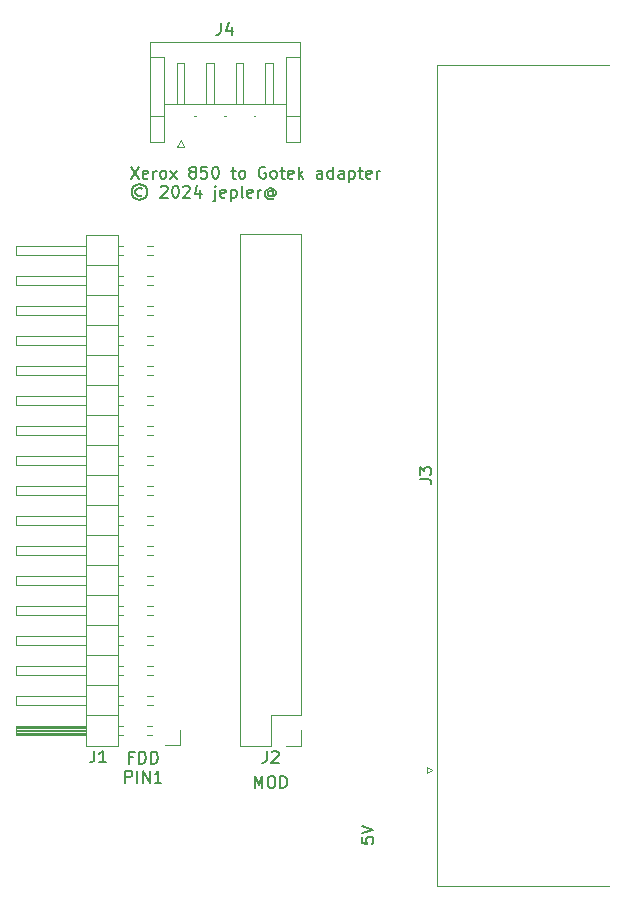
<source format=gbr>
%TF.GenerationSoftware,KiCad,Pcbnew,6.0.11+dfsg-1*%
%TF.CreationDate,2024-03-29T12:04:06-05:00*%
%TF.ProjectId,xerox-floppy-34,7865726f-782d-4666-9c6f-7070792d3334,rev?*%
%TF.SameCoordinates,Original*%
%TF.FileFunction,Legend,Top*%
%TF.FilePolarity,Positive*%
%FSLAX46Y46*%
G04 Gerber Fmt 4.6, Leading zero omitted, Abs format (unit mm)*
G04 Created by KiCad (PCBNEW 6.0.11+dfsg-1) date 2024-03-29 12:04:06*
%MOMM*%
%LPD*%
G01*
G04 APERTURE LIST*
%ADD10C,0.150000*%
%ADD11C,0.120000*%
G04 APERTURE END LIST*
D10*
X120102380Y-136715476D02*
X120102380Y-137191666D01*
X120578571Y-137239285D01*
X120530952Y-137191666D01*
X120483333Y-137096428D01*
X120483333Y-136858333D01*
X120530952Y-136763095D01*
X120578571Y-136715476D01*
X120673809Y-136667857D01*
X120911904Y-136667857D01*
X121007142Y-136715476D01*
X121054761Y-136763095D01*
X121102380Y-136858333D01*
X121102380Y-137096428D01*
X121054761Y-137191666D01*
X121007142Y-137239285D01*
X120102380Y-136382142D02*
X121102380Y-136048809D01*
X120102380Y-135715476D01*
X100570357Y-79927380D02*
X101237023Y-80927380D01*
X101237023Y-79927380D02*
X100570357Y-80927380D01*
X101998928Y-80879761D02*
X101903690Y-80927380D01*
X101713214Y-80927380D01*
X101617976Y-80879761D01*
X101570357Y-80784523D01*
X101570357Y-80403571D01*
X101617976Y-80308333D01*
X101713214Y-80260714D01*
X101903690Y-80260714D01*
X101998928Y-80308333D01*
X102046547Y-80403571D01*
X102046547Y-80498809D01*
X101570357Y-80594047D01*
X102475119Y-80927380D02*
X102475119Y-80260714D01*
X102475119Y-80451190D02*
X102522738Y-80355952D01*
X102570357Y-80308333D01*
X102665595Y-80260714D01*
X102760833Y-80260714D01*
X103237023Y-80927380D02*
X103141785Y-80879761D01*
X103094166Y-80832142D01*
X103046547Y-80736904D01*
X103046547Y-80451190D01*
X103094166Y-80355952D01*
X103141785Y-80308333D01*
X103237023Y-80260714D01*
X103379880Y-80260714D01*
X103475119Y-80308333D01*
X103522738Y-80355952D01*
X103570357Y-80451190D01*
X103570357Y-80736904D01*
X103522738Y-80832142D01*
X103475119Y-80879761D01*
X103379880Y-80927380D01*
X103237023Y-80927380D01*
X103903690Y-80927380D02*
X104427500Y-80260714D01*
X103903690Y-80260714D02*
X104427500Y-80927380D01*
X105713214Y-80355952D02*
X105617976Y-80308333D01*
X105570357Y-80260714D01*
X105522738Y-80165476D01*
X105522738Y-80117857D01*
X105570357Y-80022619D01*
X105617976Y-79975000D01*
X105713214Y-79927380D01*
X105903690Y-79927380D01*
X105998928Y-79975000D01*
X106046547Y-80022619D01*
X106094166Y-80117857D01*
X106094166Y-80165476D01*
X106046547Y-80260714D01*
X105998928Y-80308333D01*
X105903690Y-80355952D01*
X105713214Y-80355952D01*
X105617976Y-80403571D01*
X105570357Y-80451190D01*
X105522738Y-80546428D01*
X105522738Y-80736904D01*
X105570357Y-80832142D01*
X105617976Y-80879761D01*
X105713214Y-80927380D01*
X105903690Y-80927380D01*
X105998928Y-80879761D01*
X106046547Y-80832142D01*
X106094166Y-80736904D01*
X106094166Y-80546428D01*
X106046547Y-80451190D01*
X105998928Y-80403571D01*
X105903690Y-80355952D01*
X106998928Y-79927380D02*
X106522738Y-79927380D01*
X106475119Y-80403571D01*
X106522738Y-80355952D01*
X106617976Y-80308333D01*
X106856071Y-80308333D01*
X106951309Y-80355952D01*
X106998928Y-80403571D01*
X107046547Y-80498809D01*
X107046547Y-80736904D01*
X106998928Y-80832142D01*
X106951309Y-80879761D01*
X106856071Y-80927380D01*
X106617976Y-80927380D01*
X106522738Y-80879761D01*
X106475119Y-80832142D01*
X107665595Y-79927380D02*
X107760833Y-79927380D01*
X107856071Y-79975000D01*
X107903690Y-80022619D01*
X107951309Y-80117857D01*
X107998928Y-80308333D01*
X107998928Y-80546428D01*
X107951309Y-80736904D01*
X107903690Y-80832142D01*
X107856071Y-80879761D01*
X107760833Y-80927380D01*
X107665595Y-80927380D01*
X107570357Y-80879761D01*
X107522738Y-80832142D01*
X107475119Y-80736904D01*
X107427500Y-80546428D01*
X107427500Y-80308333D01*
X107475119Y-80117857D01*
X107522738Y-80022619D01*
X107570357Y-79975000D01*
X107665595Y-79927380D01*
X109046547Y-80260714D02*
X109427500Y-80260714D01*
X109189404Y-79927380D02*
X109189404Y-80784523D01*
X109237023Y-80879761D01*
X109332261Y-80927380D01*
X109427500Y-80927380D01*
X109903690Y-80927380D02*
X109808452Y-80879761D01*
X109760833Y-80832142D01*
X109713214Y-80736904D01*
X109713214Y-80451190D01*
X109760833Y-80355952D01*
X109808452Y-80308333D01*
X109903690Y-80260714D01*
X110046547Y-80260714D01*
X110141785Y-80308333D01*
X110189404Y-80355952D01*
X110237023Y-80451190D01*
X110237023Y-80736904D01*
X110189404Y-80832142D01*
X110141785Y-80879761D01*
X110046547Y-80927380D01*
X109903690Y-80927380D01*
X111951309Y-79975000D02*
X111856071Y-79927380D01*
X111713214Y-79927380D01*
X111570357Y-79975000D01*
X111475119Y-80070238D01*
X111427500Y-80165476D01*
X111379880Y-80355952D01*
X111379880Y-80498809D01*
X111427500Y-80689285D01*
X111475119Y-80784523D01*
X111570357Y-80879761D01*
X111713214Y-80927380D01*
X111808452Y-80927380D01*
X111951309Y-80879761D01*
X111998928Y-80832142D01*
X111998928Y-80498809D01*
X111808452Y-80498809D01*
X112570357Y-80927380D02*
X112475119Y-80879761D01*
X112427500Y-80832142D01*
X112379880Y-80736904D01*
X112379880Y-80451190D01*
X112427500Y-80355952D01*
X112475119Y-80308333D01*
X112570357Y-80260714D01*
X112713214Y-80260714D01*
X112808452Y-80308333D01*
X112856071Y-80355952D01*
X112903690Y-80451190D01*
X112903690Y-80736904D01*
X112856071Y-80832142D01*
X112808452Y-80879761D01*
X112713214Y-80927380D01*
X112570357Y-80927380D01*
X113189404Y-80260714D02*
X113570357Y-80260714D01*
X113332261Y-79927380D02*
X113332261Y-80784523D01*
X113379880Y-80879761D01*
X113475119Y-80927380D01*
X113570357Y-80927380D01*
X114284642Y-80879761D02*
X114189404Y-80927380D01*
X113998928Y-80927380D01*
X113903690Y-80879761D01*
X113856071Y-80784523D01*
X113856071Y-80403571D01*
X113903690Y-80308333D01*
X113998928Y-80260714D01*
X114189404Y-80260714D01*
X114284642Y-80308333D01*
X114332261Y-80403571D01*
X114332261Y-80498809D01*
X113856071Y-80594047D01*
X114760833Y-80927380D02*
X114760833Y-79927380D01*
X114856071Y-80546428D02*
X115141785Y-80927380D01*
X115141785Y-80260714D02*
X114760833Y-80641666D01*
X116760833Y-80927380D02*
X116760833Y-80403571D01*
X116713214Y-80308333D01*
X116617976Y-80260714D01*
X116427500Y-80260714D01*
X116332261Y-80308333D01*
X116760833Y-80879761D02*
X116665595Y-80927380D01*
X116427500Y-80927380D01*
X116332261Y-80879761D01*
X116284642Y-80784523D01*
X116284642Y-80689285D01*
X116332261Y-80594047D01*
X116427500Y-80546428D01*
X116665595Y-80546428D01*
X116760833Y-80498809D01*
X117665595Y-80927380D02*
X117665595Y-79927380D01*
X117665595Y-80879761D02*
X117570357Y-80927380D01*
X117379880Y-80927380D01*
X117284642Y-80879761D01*
X117237023Y-80832142D01*
X117189404Y-80736904D01*
X117189404Y-80451190D01*
X117237023Y-80355952D01*
X117284642Y-80308333D01*
X117379880Y-80260714D01*
X117570357Y-80260714D01*
X117665595Y-80308333D01*
X118570357Y-80927380D02*
X118570357Y-80403571D01*
X118522738Y-80308333D01*
X118427500Y-80260714D01*
X118237023Y-80260714D01*
X118141785Y-80308333D01*
X118570357Y-80879761D02*
X118475119Y-80927380D01*
X118237023Y-80927380D01*
X118141785Y-80879761D01*
X118094166Y-80784523D01*
X118094166Y-80689285D01*
X118141785Y-80594047D01*
X118237023Y-80546428D01*
X118475119Y-80546428D01*
X118570357Y-80498809D01*
X119046547Y-80260714D02*
X119046547Y-81260714D01*
X119046547Y-80308333D02*
X119141785Y-80260714D01*
X119332261Y-80260714D01*
X119427500Y-80308333D01*
X119475119Y-80355952D01*
X119522738Y-80451190D01*
X119522738Y-80736904D01*
X119475119Y-80832142D01*
X119427500Y-80879761D01*
X119332261Y-80927380D01*
X119141785Y-80927380D01*
X119046547Y-80879761D01*
X119808452Y-80260714D02*
X120189404Y-80260714D01*
X119951309Y-79927380D02*
X119951309Y-80784523D01*
X119998928Y-80879761D01*
X120094166Y-80927380D01*
X120189404Y-80927380D01*
X120903690Y-80879761D02*
X120808452Y-80927380D01*
X120617976Y-80927380D01*
X120522738Y-80879761D01*
X120475119Y-80784523D01*
X120475119Y-80403571D01*
X120522738Y-80308333D01*
X120617976Y-80260714D01*
X120808452Y-80260714D01*
X120903690Y-80308333D01*
X120951309Y-80403571D01*
X120951309Y-80498809D01*
X120475119Y-80594047D01*
X121379880Y-80927380D02*
X121379880Y-80260714D01*
X121379880Y-80451190D02*
X121427500Y-80355952D01*
X121475119Y-80308333D01*
X121570357Y-80260714D01*
X121665595Y-80260714D01*
X101475119Y-81775476D02*
X101379880Y-81727857D01*
X101189404Y-81727857D01*
X101094166Y-81775476D01*
X100998928Y-81870714D01*
X100951309Y-81965952D01*
X100951309Y-82156428D01*
X100998928Y-82251666D01*
X101094166Y-82346904D01*
X101189404Y-82394523D01*
X101379880Y-82394523D01*
X101475119Y-82346904D01*
X101284642Y-81394523D02*
X101046547Y-81442142D01*
X100808452Y-81585000D01*
X100665595Y-81823095D01*
X100617976Y-82061190D01*
X100665595Y-82299285D01*
X100808452Y-82537380D01*
X101046547Y-82680238D01*
X101284642Y-82727857D01*
X101522738Y-82680238D01*
X101760833Y-82537380D01*
X101903690Y-82299285D01*
X101951309Y-82061190D01*
X101903690Y-81823095D01*
X101760833Y-81585000D01*
X101522738Y-81442142D01*
X101284642Y-81394523D01*
X103094166Y-81632619D02*
X103141785Y-81585000D01*
X103237023Y-81537380D01*
X103475119Y-81537380D01*
X103570357Y-81585000D01*
X103617976Y-81632619D01*
X103665595Y-81727857D01*
X103665595Y-81823095D01*
X103617976Y-81965952D01*
X103046547Y-82537380D01*
X103665595Y-82537380D01*
X104284642Y-81537380D02*
X104379880Y-81537380D01*
X104475119Y-81585000D01*
X104522738Y-81632619D01*
X104570357Y-81727857D01*
X104617976Y-81918333D01*
X104617976Y-82156428D01*
X104570357Y-82346904D01*
X104522738Y-82442142D01*
X104475119Y-82489761D01*
X104379880Y-82537380D01*
X104284642Y-82537380D01*
X104189404Y-82489761D01*
X104141785Y-82442142D01*
X104094166Y-82346904D01*
X104046547Y-82156428D01*
X104046547Y-81918333D01*
X104094166Y-81727857D01*
X104141785Y-81632619D01*
X104189404Y-81585000D01*
X104284642Y-81537380D01*
X104998928Y-81632619D02*
X105046547Y-81585000D01*
X105141785Y-81537380D01*
X105379880Y-81537380D01*
X105475119Y-81585000D01*
X105522738Y-81632619D01*
X105570357Y-81727857D01*
X105570357Y-81823095D01*
X105522738Y-81965952D01*
X104951309Y-82537380D01*
X105570357Y-82537380D01*
X106427500Y-81870714D02*
X106427500Y-82537380D01*
X106189404Y-81489761D02*
X105951309Y-82204047D01*
X106570357Y-82204047D01*
X107713214Y-81870714D02*
X107713214Y-82727857D01*
X107665595Y-82823095D01*
X107570357Y-82870714D01*
X107522738Y-82870714D01*
X107713214Y-81537380D02*
X107665595Y-81585000D01*
X107713214Y-81632619D01*
X107760833Y-81585000D01*
X107713214Y-81537380D01*
X107713214Y-81632619D01*
X108570357Y-82489761D02*
X108475119Y-82537380D01*
X108284642Y-82537380D01*
X108189404Y-82489761D01*
X108141785Y-82394523D01*
X108141785Y-82013571D01*
X108189404Y-81918333D01*
X108284642Y-81870714D01*
X108475119Y-81870714D01*
X108570357Y-81918333D01*
X108617976Y-82013571D01*
X108617976Y-82108809D01*
X108141785Y-82204047D01*
X109046547Y-81870714D02*
X109046547Y-82870714D01*
X109046547Y-81918333D02*
X109141785Y-81870714D01*
X109332261Y-81870714D01*
X109427500Y-81918333D01*
X109475119Y-81965952D01*
X109522738Y-82061190D01*
X109522738Y-82346904D01*
X109475119Y-82442142D01*
X109427500Y-82489761D01*
X109332261Y-82537380D01*
X109141785Y-82537380D01*
X109046547Y-82489761D01*
X110094166Y-82537380D02*
X109998928Y-82489761D01*
X109951309Y-82394523D01*
X109951309Y-81537380D01*
X110856071Y-82489761D02*
X110760833Y-82537380D01*
X110570357Y-82537380D01*
X110475119Y-82489761D01*
X110427500Y-82394523D01*
X110427500Y-82013571D01*
X110475119Y-81918333D01*
X110570357Y-81870714D01*
X110760833Y-81870714D01*
X110856071Y-81918333D01*
X110903690Y-82013571D01*
X110903690Y-82108809D01*
X110427500Y-82204047D01*
X111332261Y-82537380D02*
X111332261Y-81870714D01*
X111332261Y-82061190D02*
X111379880Y-81965952D01*
X111427500Y-81918333D01*
X111522738Y-81870714D01*
X111617976Y-81870714D01*
X112570357Y-82061190D02*
X112522738Y-82013571D01*
X112427500Y-81965952D01*
X112332261Y-81965952D01*
X112237023Y-82013571D01*
X112189404Y-82061190D01*
X112141785Y-82156428D01*
X112141785Y-82251666D01*
X112189404Y-82346904D01*
X112237023Y-82394523D01*
X112332261Y-82442142D01*
X112427500Y-82442142D01*
X112522738Y-82394523D01*
X112570357Y-82346904D01*
X112570357Y-81965952D02*
X112570357Y-82346904D01*
X112617976Y-82394523D01*
X112665595Y-82394523D01*
X112760833Y-82346904D01*
X112808452Y-82251666D01*
X112808452Y-82013571D01*
X112713214Y-81870714D01*
X112570357Y-81775476D01*
X112379880Y-81727857D01*
X112189404Y-81775476D01*
X112046547Y-81870714D01*
X111951309Y-82013571D01*
X111903690Y-82204047D01*
X111951309Y-82394523D01*
X112046547Y-82537380D01*
X112189404Y-82632619D01*
X112379880Y-82680238D01*
X112570357Y-82632619D01*
X112713214Y-82537380D01*
X100742857Y-129933571D02*
X100409523Y-129933571D01*
X100409523Y-130457380D02*
X100409523Y-129457380D01*
X100885714Y-129457380D01*
X101266666Y-130457380D02*
X101266666Y-129457380D01*
X101504761Y-129457380D01*
X101647619Y-129505000D01*
X101742857Y-129600238D01*
X101790476Y-129695476D01*
X101838095Y-129885952D01*
X101838095Y-130028809D01*
X101790476Y-130219285D01*
X101742857Y-130314523D01*
X101647619Y-130409761D01*
X101504761Y-130457380D01*
X101266666Y-130457380D01*
X102266666Y-130457380D02*
X102266666Y-129457380D01*
X102504761Y-129457380D01*
X102647619Y-129505000D01*
X102742857Y-129600238D01*
X102790476Y-129695476D01*
X102838095Y-129885952D01*
X102838095Y-130028809D01*
X102790476Y-130219285D01*
X102742857Y-130314523D01*
X102647619Y-130409761D01*
X102504761Y-130457380D01*
X102266666Y-130457380D01*
X100100000Y-132067380D02*
X100100000Y-131067380D01*
X100480952Y-131067380D01*
X100576190Y-131115000D01*
X100623809Y-131162619D01*
X100671428Y-131257857D01*
X100671428Y-131400714D01*
X100623809Y-131495952D01*
X100576190Y-131543571D01*
X100480952Y-131591190D01*
X100100000Y-131591190D01*
X101100000Y-132067380D02*
X101100000Y-131067380D01*
X101576190Y-132067380D02*
X101576190Y-131067380D01*
X102147619Y-132067380D01*
X102147619Y-131067380D01*
X103147619Y-132067380D02*
X102576190Y-132067380D01*
X102861904Y-132067380D02*
X102861904Y-131067380D01*
X102766666Y-131210238D01*
X102671428Y-131305476D01*
X102576190Y-131353095D01*
X111037857Y-132532380D02*
X111037857Y-131532380D01*
X111371190Y-132246666D01*
X111704523Y-131532380D01*
X111704523Y-132532380D01*
X112371190Y-131532380D02*
X112561666Y-131532380D01*
X112656904Y-131580000D01*
X112752142Y-131675238D01*
X112799761Y-131865714D01*
X112799761Y-132199047D01*
X112752142Y-132389523D01*
X112656904Y-132484761D01*
X112561666Y-132532380D01*
X112371190Y-132532380D01*
X112275952Y-132484761D01*
X112180714Y-132389523D01*
X112133095Y-132199047D01*
X112133095Y-131865714D01*
X112180714Y-131675238D01*
X112275952Y-131580000D01*
X112371190Y-131532380D01*
X113228333Y-132532380D02*
X113228333Y-131532380D01*
X113466428Y-131532380D01*
X113609285Y-131580000D01*
X113704523Y-131675238D01*
X113752142Y-131770476D01*
X113799761Y-131960952D01*
X113799761Y-132103809D01*
X113752142Y-132294285D01*
X113704523Y-132389523D01*
X113609285Y-132484761D01*
X113466428Y-132532380D01*
X113228333Y-132532380D01*
%TO.C,J3*%
X125002049Y-106373333D02*
X125716335Y-106373333D01*
X125859192Y-106420952D01*
X125954430Y-106516190D01*
X126002049Y-106659047D01*
X126002049Y-106754285D01*
X125002049Y-105992380D02*
X125002049Y-105373333D01*
X125383002Y-105706666D01*
X125383002Y-105563809D01*
X125430621Y-105468571D01*
X125478240Y-105420952D01*
X125573478Y-105373333D01*
X125811573Y-105373333D01*
X125906811Y-105420952D01*
X125954430Y-105468571D01*
X126002049Y-105563809D01*
X126002049Y-105849523D01*
X125954430Y-105944761D01*
X125906811Y-105992380D01*
%TO.C,J4*%
X108191666Y-67752380D02*
X108191666Y-68466666D01*
X108144047Y-68609523D01*
X108048809Y-68704761D01*
X107905952Y-68752380D01*
X107810714Y-68752380D01*
X109096428Y-68085714D02*
X109096428Y-68752380D01*
X108858333Y-67704761D02*
X108620238Y-68419047D01*
X109239285Y-68419047D01*
%TO.C,J2*%
X112061666Y-129417380D02*
X112061666Y-130131666D01*
X112014047Y-130274523D01*
X111918809Y-130369761D01*
X111775952Y-130417380D01*
X111680714Y-130417380D01*
X112490238Y-129512619D02*
X112537857Y-129465000D01*
X112633095Y-129417380D01*
X112871190Y-129417380D01*
X112966428Y-129465000D01*
X113014047Y-129512619D01*
X113061666Y-129607857D01*
X113061666Y-129703095D01*
X113014047Y-129845952D01*
X112442619Y-130417380D01*
X113061666Y-130417380D01*
%TO.C,J1*%
X97451666Y-129362380D02*
X97451666Y-130076666D01*
X97404047Y-130219523D01*
X97308809Y-130314761D01*
X97165952Y-130362380D01*
X97070714Y-130362380D01*
X98451666Y-130362380D02*
X97880238Y-130362380D01*
X98165952Y-130362380D02*
X98165952Y-129362380D01*
X98070714Y-129505238D01*
X97975476Y-129600476D01*
X97880238Y-129648095D01*
D11*
%TO.C,J3*%
X126489669Y-71280000D02*
X141029669Y-71280000D01*
X126489669Y-140800000D02*
X126489669Y-71280000D01*
X125595331Y-130720000D02*
X126028344Y-130970000D01*
X141029669Y-140800000D02*
X126489669Y-140800000D01*
X125595331Y-131220000D02*
X125595331Y-130720000D01*
X126028344Y-130970000D02*
X125595331Y-131220000D01*
%TO.C,J4*%
X106955000Y-74610000D02*
X106955000Y-71190000D01*
X113665000Y-70610000D02*
X113665000Y-75610000D01*
X111955000Y-71190000D02*
X112275000Y-71110000D01*
X104775000Y-74610000D02*
X104455000Y-74610000D01*
X108445000Y-75610000D02*
X108605000Y-75610000D01*
X105095000Y-71190000D02*
X105095000Y-74610000D01*
X109775000Y-71110000D02*
X110095000Y-71190000D01*
X107595000Y-74610000D02*
X107275000Y-74610000D01*
X112595000Y-71190000D02*
X112595000Y-74610000D01*
X106955000Y-71190000D02*
X107275000Y-71110000D01*
X104775000Y-77700000D02*
X104475000Y-78300000D01*
X103385000Y-75610000D02*
X103385000Y-77810000D01*
X107275000Y-74610000D02*
X106955000Y-74610000D01*
X114885000Y-77810000D02*
X113665000Y-77810000D01*
X102165000Y-70610000D02*
X103385000Y-70610000D01*
X114885000Y-70610000D02*
X113665000Y-70610000D01*
X104455000Y-71190000D02*
X104775000Y-71110000D01*
X113665000Y-75610000D02*
X114885000Y-75610000D01*
X112275000Y-74610000D02*
X111955000Y-74610000D01*
X112275000Y-71110000D02*
X112595000Y-71190000D01*
X105075000Y-78300000D02*
X104775000Y-77700000D01*
X105095000Y-74610000D02*
X104775000Y-74610000D01*
X110095000Y-71190000D02*
X110095000Y-74610000D01*
X111955000Y-74610000D02*
X111955000Y-71190000D01*
X102165000Y-77810000D02*
X102165000Y-69390000D01*
X103385000Y-77810000D02*
X102165000Y-77810000D01*
X107275000Y-71110000D02*
X107595000Y-71190000D01*
X105945000Y-75610000D02*
X106105000Y-75610000D01*
X104455000Y-74610000D02*
X104455000Y-71190000D01*
X114885000Y-69390000D02*
X114885000Y-77810000D01*
X104775000Y-71110000D02*
X105095000Y-71190000D01*
X104475000Y-78300000D02*
X105075000Y-78300000D01*
X109455000Y-74610000D02*
X109455000Y-71190000D01*
X102165000Y-69390000D02*
X114885000Y-69390000D01*
X110945000Y-75610000D02*
X111105000Y-75610000D01*
X110095000Y-74610000D02*
X109775000Y-74610000D01*
X103385000Y-70610000D02*
X103385000Y-75610000D01*
X103385000Y-74610000D02*
X113665000Y-74610000D01*
X103385000Y-75610000D02*
X102165000Y-75610000D01*
X112595000Y-74610000D02*
X112275000Y-74610000D01*
X109455000Y-71190000D02*
X109775000Y-71110000D01*
X107595000Y-71190000D02*
X107595000Y-74610000D01*
X113665000Y-77810000D02*
X113665000Y-75610000D01*
X109775000Y-74610000D02*
X109455000Y-74610000D01*
%TO.C,J2*%
X114995000Y-127635000D02*
X114995000Y-128965000D01*
X112395000Y-128965000D02*
X109795000Y-128965000D01*
X114995000Y-128965000D02*
X113665000Y-128965000D01*
X114995000Y-126365000D02*
X114995000Y-85665000D01*
X114995000Y-85665000D02*
X109795000Y-85665000D01*
X112395000Y-126365000D02*
X112395000Y-128965000D01*
X109795000Y-128965000D02*
X109795000Y-85665000D01*
X114995000Y-126365000D02*
X112395000Y-126365000D01*
%TO.C,J1*%
X104710000Y-128910000D02*
X103440000Y-128910000D01*
X99460000Y-126370000D02*
X96800000Y-126370000D01*
X90800000Y-124720000D02*
X96800000Y-124720000D01*
X90800000Y-101860000D02*
X96800000Y-101860000D01*
X99857071Y-101860000D02*
X99460000Y-101860000D01*
X99857071Y-96780000D02*
X99460000Y-96780000D01*
X99857071Y-99320000D02*
X99460000Y-99320000D01*
X90800000Y-86620000D02*
X96800000Y-86620000D01*
X102397071Y-99320000D02*
X101942929Y-99320000D01*
X102397071Y-119640000D02*
X101942929Y-119640000D01*
X90800000Y-89920000D02*
X90800000Y-89160000D01*
X99460000Y-93350000D02*
X96800000Y-93350000D01*
X99460000Y-116210000D02*
X96800000Y-116210000D01*
X96800000Y-87380000D02*
X90800000Y-87380000D01*
X99460000Y-123830000D02*
X96800000Y-123830000D01*
X99460000Y-111130000D02*
X96800000Y-111130000D01*
X90800000Y-94240000D02*
X96800000Y-94240000D01*
X99460000Y-103510000D02*
X96800000Y-103510000D01*
X99857071Y-92460000D02*
X99460000Y-92460000D01*
X99460000Y-100970000D02*
X96800000Y-100970000D01*
X90800000Y-109480000D02*
X96800000Y-109480000D01*
X102397071Y-89920000D02*
X101942929Y-89920000D01*
X102397071Y-120400000D02*
X101942929Y-120400000D01*
X102330000Y-128020000D02*
X101942929Y-128020000D01*
X99857071Y-100080000D02*
X99460000Y-100080000D01*
X102397071Y-91700000D02*
X101942929Y-91700000D01*
X99857071Y-128020000D02*
X99460000Y-128020000D01*
X99460000Y-108590000D02*
X96800000Y-108590000D01*
X90800000Y-127260000D02*
X96800000Y-127260000D01*
X90800000Y-95000000D02*
X90800000Y-94240000D01*
X102397071Y-101860000D02*
X101942929Y-101860000D01*
X99857071Y-114560000D02*
X99460000Y-114560000D01*
X90800000Y-87380000D02*
X90800000Y-86620000D01*
X99460000Y-113670000D02*
X96800000Y-113670000D01*
X90800000Y-112780000D02*
X90800000Y-112020000D01*
X102397071Y-114560000D02*
X101942929Y-114560000D01*
X99857071Y-110240000D02*
X99460000Y-110240000D01*
X102397071Y-112020000D02*
X101942929Y-112020000D01*
X96800000Y-100080000D02*
X90800000Y-100080000D01*
X102397071Y-106940000D02*
X101942929Y-106940000D01*
X90800000Y-122180000D02*
X96800000Y-122180000D01*
X99857071Y-89920000D02*
X99460000Y-89920000D01*
X96800000Y-115320000D02*
X90800000Y-115320000D01*
X90800000Y-89160000D02*
X96800000Y-89160000D01*
X99857071Y-104400000D02*
X99460000Y-104400000D01*
X99460000Y-106050000D02*
X96800000Y-106050000D01*
X102397071Y-110240000D02*
X101942929Y-110240000D01*
X96800000Y-122940000D02*
X90800000Y-122940000D01*
X90800000Y-117860000D02*
X90800000Y-117100000D01*
X99857071Y-124720000D02*
X99460000Y-124720000D01*
X96800000Y-128020000D02*
X90800000Y-128020000D01*
X99857071Y-112780000D02*
X99460000Y-112780000D01*
X90800000Y-125480000D02*
X90800000Y-124720000D01*
X90800000Y-122940000D02*
X90800000Y-122180000D01*
X99460000Y-121290000D02*
X96800000Y-121290000D01*
X90800000Y-117100000D02*
X96800000Y-117100000D01*
X102397071Y-86620000D02*
X101942929Y-86620000D01*
X104710000Y-127640000D02*
X104710000Y-128910000D01*
X99857071Y-119640000D02*
X99460000Y-119640000D01*
X90800000Y-115320000D02*
X90800000Y-114560000D01*
X102397071Y-94240000D02*
X101942929Y-94240000D01*
X99460000Y-98430000D02*
X96800000Y-98430000D01*
X99857071Y-122940000D02*
X99460000Y-122940000D01*
X102397071Y-97540000D02*
X101942929Y-97540000D01*
X99857071Y-127260000D02*
X99460000Y-127260000D01*
X96800000Y-92460000D02*
X90800000Y-92460000D01*
X99857071Y-109480000D02*
X99460000Y-109480000D01*
X99857071Y-105160000D02*
X99460000Y-105160000D01*
X96800000Y-102620000D02*
X90800000Y-102620000D01*
X99460000Y-88270000D02*
X96800000Y-88270000D01*
X96800000Y-112780000D02*
X90800000Y-112780000D01*
X90800000Y-100080000D02*
X90800000Y-99320000D01*
X90800000Y-96780000D02*
X96800000Y-96780000D01*
X96800000Y-120400000D02*
X90800000Y-120400000D01*
X90800000Y-92460000D02*
X90800000Y-91700000D01*
X96800000Y-95000000D02*
X90800000Y-95000000D01*
X99857071Y-97540000D02*
X99460000Y-97540000D01*
X99857071Y-120400000D02*
X99460000Y-120400000D01*
X90800000Y-112020000D02*
X96800000Y-112020000D01*
X102397071Y-96780000D02*
X101942929Y-96780000D01*
X96800000Y-127960000D02*
X90800000Y-127960000D01*
X96800000Y-127360000D02*
X90800000Y-127360000D01*
X102397071Y-115320000D02*
X101942929Y-115320000D01*
X90800000Y-106940000D02*
X96800000Y-106940000D01*
X102397071Y-104400000D02*
X101942929Y-104400000D01*
X99857071Y-115320000D02*
X99460000Y-115320000D01*
X96800000Y-85670000D02*
X96800000Y-128970000D01*
X99857071Y-95000000D02*
X99460000Y-95000000D01*
X102330000Y-127260000D02*
X101942929Y-127260000D01*
X99460000Y-85670000D02*
X96800000Y-85670000D01*
X102397071Y-122940000D02*
X101942929Y-122940000D01*
X90800000Y-99320000D02*
X96800000Y-99320000D01*
X99857071Y-87380000D02*
X99460000Y-87380000D01*
X99857071Y-89160000D02*
X99460000Y-89160000D01*
X99857071Y-122180000D02*
X99460000Y-122180000D01*
X90800000Y-107700000D02*
X90800000Y-106940000D01*
X90800000Y-91700000D02*
X96800000Y-91700000D01*
X102397071Y-117100000D02*
X101942929Y-117100000D01*
X96800000Y-127720000D02*
X90800000Y-127720000D01*
X90800000Y-110240000D02*
X90800000Y-109480000D01*
X99857071Y-112020000D02*
X99460000Y-112020000D01*
X90800000Y-114560000D02*
X96800000Y-114560000D01*
X102397071Y-102620000D02*
X101942929Y-102620000D01*
X96800000Y-128970000D02*
X99460000Y-128970000D01*
X102397071Y-89160000D02*
X101942929Y-89160000D01*
X99857071Y-117100000D02*
X99460000Y-117100000D01*
X96800000Y-110240000D02*
X90800000Y-110240000D01*
X96800000Y-127840000D02*
X90800000Y-127840000D01*
X90800000Y-128020000D02*
X90800000Y-127260000D01*
X99857071Y-106940000D02*
X99460000Y-106940000D01*
X96800000Y-117860000D02*
X90800000Y-117860000D01*
X96800000Y-107700000D02*
X90800000Y-107700000D01*
X102397071Y-109480000D02*
X101942929Y-109480000D01*
X102397071Y-122180000D02*
X101942929Y-122180000D01*
X96800000Y-89920000D02*
X90800000Y-89920000D01*
X96800000Y-127480000D02*
X90800000Y-127480000D01*
X102397071Y-107700000D02*
X101942929Y-107700000D01*
X99460000Y-90810000D02*
X96800000Y-90810000D01*
X96800000Y-125480000D02*
X90800000Y-125480000D01*
X102397071Y-95000000D02*
X101942929Y-95000000D01*
X99857071Y-94240000D02*
X99460000Y-94240000D01*
X90800000Y-105160000D02*
X90800000Y-104400000D01*
X99460000Y-128970000D02*
X99460000Y-85670000D01*
X90800000Y-97540000D02*
X90800000Y-96780000D01*
X102397071Y-105160000D02*
X101942929Y-105160000D01*
X99857071Y-91700000D02*
X99460000Y-91700000D01*
X102397071Y-117860000D02*
X101942929Y-117860000D01*
X90800000Y-119640000D02*
X96800000Y-119640000D01*
X90800000Y-104400000D02*
X96800000Y-104400000D01*
X99857071Y-117860000D02*
X99460000Y-117860000D01*
X99857071Y-107700000D02*
X99460000Y-107700000D01*
X99857071Y-102620000D02*
X99460000Y-102620000D01*
X102397071Y-112780000D02*
X101942929Y-112780000D01*
X90800000Y-120400000D02*
X90800000Y-119640000D01*
X96800000Y-127600000D02*
X90800000Y-127600000D01*
X99460000Y-118750000D02*
X96800000Y-118750000D01*
X96800000Y-97540000D02*
X90800000Y-97540000D01*
X96800000Y-105160000D02*
X90800000Y-105160000D01*
X102397071Y-100080000D02*
X101942929Y-100080000D01*
X99857071Y-125480000D02*
X99460000Y-125480000D01*
X102397071Y-124720000D02*
X101942929Y-124720000D01*
X102397071Y-125480000D02*
X101942929Y-125480000D01*
X99460000Y-95890000D02*
X96800000Y-95890000D01*
X102397071Y-92460000D02*
X101942929Y-92460000D01*
X99857071Y-86620000D02*
X99460000Y-86620000D01*
X102397071Y-87380000D02*
X101942929Y-87380000D01*
X90800000Y-102620000D02*
X90800000Y-101860000D01*
%TD*%
M02*

</source>
